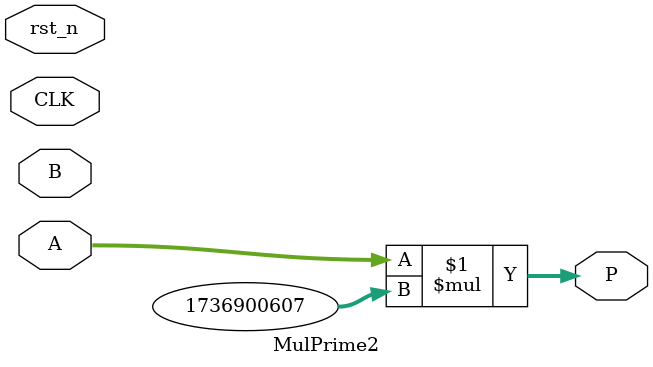
<source format=v>
module MulPrime2 (
      CLK,  // input wire CLK
      rst_n,
      A,      // input wire [31 : 0] A
      B,
      P      // output wire [63 : 0] P
);
input CLK;
input rst_n;
input [31:0] A;
input [31:0] B;
(* use_dsp48 = "no" *)output [63:0] P;
assign P = A * 32'h6786_ffff;
endmodule 
</source>
